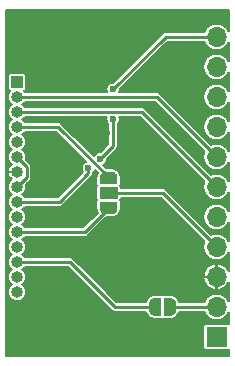
<source format=gbr>
G04 #@! TF.GenerationSoftware,KiCad,Pcbnew,(5.1.5)-3*
G04 #@! TF.CreationDate,2020-01-25T22:14:14+03:00*
G04 #@! TF.ProjectId,Sharp_11pin_to_15pin_Adapter,53686172-705f-4313-9170-696e5f746f5f,rev?*
G04 #@! TF.SameCoordinates,Original*
G04 #@! TF.FileFunction,Copper,L1,Top*
G04 #@! TF.FilePolarity,Positive*
%FSLAX46Y46*%
G04 Gerber Fmt 4.6, Leading zero omitted, Abs format (unit mm)*
G04 Created by KiCad (PCBNEW (5.1.5)-3) date 2020-01-25 22:14:14*
%MOMM*%
%LPD*%
G04 APERTURE LIST*
%ADD10O,1.700000X1.700000*%
%ADD11R,1.700000X1.700000*%
%ADD12C,0.100000*%
%ADD13R,1.500000X1.000000*%
%ADD14R,1.000000X1.000000*%
%ADD15O,1.000000X1.000000*%
%ADD16C,0.800000*%
%ADD17C,0.600000*%
%ADD18C,0.250000*%
%ADD19C,0.150000*%
G04 APERTURE END LIST*
D10*
X144780000Y-101600000D03*
X144780000Y-104140000D03*
X144780000Y-106680000D03*
X144780000Y-109220000D03*
X144780000Y-111760000D03*
X144780000Y-114300000D03*
X144780000Y-116840000D03*
X144780000Y-119380000D03*
X144780000Y-121920000D03*
X144780000Y-124460000D03*
D11*
X144780000Y-127000000D03*
G04 #@! TA.AperFunction,SMDPad,CuDef*
D12*
G36*
X140858000Y-123710602D02*
G01*
X140882534Y-123710602D01*
X140931365Y-123715412D01*
X140979490Y-123724984D01*
X141026445Y-123739228D01*
X141071778Y-123758005D01*
X141115051Y-123781136D01*
X141155850Y-123808396D01*
X141193779Y-123839524D01*
X141228476Y-123874221D01*
X141259604Y-123912150D01*
X141286864Y-123952949D01*
X141309995Y-123996222D01*
X141328772Y-124041555D01*
X141343016Y-124088510D01*
X141352588Y-124136635D01*
X141357398Y-124185466D01*
X141357398Y-124210000D01*
X141358000Y-124210000D01*
X141358000Y-124710000D01*
X141357398Y-124710000D01*
X141357398Y-124734534D01*
X141352588Y-124783365D01*
X141343016Y-124831490D01*
X141328772Y-124878445D01*
X141309995Y-124923778D01*
X141286864Y-124967051D01*
X141259604Y-125007850D01*
X141228476Y-125045779D01*
X141193779Y-125080476D01*
X141155850Y-125111604D01*
X141115051Y-125138864D01*
X141071778Y-125161995D01*
X141026445Y-125180772D01*
X140979490Y-125195016D01*
X140931365Y-125204588D01*
X140882534Y-125209398D01*
X140858000Y-125209398D01*
X140858000Y-125210000D01*
X140358000Y-125210000D01*
X140358000Y-123710000D01*
X140858000Y-123710000D01*
X140858000Y-123710602D01*
G37*
G04 #@! TD.AperFunction*
G04 #@! TA.AperFunction,SMDPad,CuDef*
G36*
X140058000Y-125210000D02*
G01*
X139558000Y-125210000D01*
X139558000Y-125209398D01*
X139533466Y-125209398D01*
X139484635Y-125204588D01*
X139436510Y-125195016D01*
X139389555Y-125180772D01*
X139344222Y-125161995D01*
X139300949Y-125138864D01*
X139260150Y-125111604D01*
X139222221Y-125080476D01*
X139187524Y-125045779D01*
X139156396Y-125007850D01*
X139129136Y-124967051D01*
X139106005Y-124923778D01*
X139087228Y-124878445D01*
X139072984Y-124831490D01*
X139063412Y-124783365D01*
X139058602Y-124734534D01*
X139058602Y-124710000D01*
X139058000Y-124710000D01*
X139058000Y-124210000D01*
X139058602Y-124210000D01*
X139058602Y-124185466D01*
X139063412Y-124136635D01*
X139072984Y-124088510D01*
X139087228Y-124041555D01*
X139106005Y-123996222D01*
X139129136Y-123952949D01*
X139156396Y-123912150D01*
X139187524Y-123874221D01*
X139222221Y-123839524D01*
X139260150Y-123808396D01*
X139300949Y-123781136D01*
X139344222Y-123758005D01*
X139389555Y-123739228D01*
X139436510Y-123724984D01*
X139484635Y-123715412D01*
X139533466Y-123710602D01*
X139558000Y-123710602D01*
X139558000Y-123710000D01*
X140058000Y-123710000D01*
X140058000Y-125210000D01*
G37*
G04 #@! TD.AperFunction*
D13*
X135636000Y-114808000D03*
G04 #@! TA.AperFunction,SMDPad,CuDef*
D12*
G36*
X136385398Y-116108000D02*
G01*
X136385398Y-116132534D01*
X136380588Y-116181365D01*
X136371016Y-116229490D01*
X136356772Y-116276445D01*
X136337995Y-116321778D01*
X136314864Y-116365051D01*
X136287604Y-116405850D01*
X136256476Y-116443779D01*
X136221779Y-116478476D01*
X136183850Y-116509604D01*
X136143051Y-116536864D01*
X136099778Y-116559995D01*
X136054445Y-116578772D01*
X136007490Y-116593016D01*
X135959365Y-116602588D01*
X135910534Y-116607398D01*
X135886000Y-116607398D01*
X135886000Y-116608000D01*
X135386000Y-116608000D01*
X135386000Y-116607398D01*
X135361466Y-116607398D01*
X135312635Y-116602588D01*
X135264510Y-116593016D01*
X135217555Y-116578772D01*
X135172222Y-116559995D01*
X135128949Y-116536864D01*
X135088150Y-116509604D01*
X135050221Y-116478476D01*
X135015524Y-116443779D01*
X134984396Y-116405850D01*
X134957136Y-116365051D01*
X134934005Y-116321778D01*
X134915228Y-116276445D01*
X134900984Y-116229490D01*
X134891412Y-116181365D01*
X134886602Y-116132534D01*
X134886602Y-116108000D01*
X134886000Y-116108000D01*
X134886000Y-115558000D01*
X136386000Y-115558000D01*
X136386000Y-116108000D01*
X136385398Y-116108000D01*
G37*
G04 #@! TD.AperFunction*
G04 #@! TA.AperFunction,SMDPad,CuDef*
G36*
X134886000Y-114058000D02*
G01*
X134886000Y-113508000D01*
X134886602Y-113508000D01*
X134886602Y-113483466D01*
X134891412Y-113434635D01*
X134900984Y-113386510D01*
X134915228Y-113339555D01*
X134934005Y-113294222D01*
X134957136Y-113250949D01*
X134984396Y-113210150D01*
X135015524Y-113172221D01*
X135050221Y-113137524D01*
X135088150Y-113106396D01*
X135128949Y-113079136D01*
X135172222Y-113056005D01*
X135217555Y-113037228D01*
X135264510Y-113022984D01*
X135312635Y-113013412D01*
X135361466Y-113008602D01*
X135386000Y-113008602D01*
X135386000Y-113008000D01*
X135886000Y-113008000D01*
X135886000Y-113008602D01*
X135910534Y-113008602D01*
X135959365Y-113013412D01*
X136007490Y-113022984D01*
X136054445Y-113037228D01*
X136099778Y-113056005D01*
X136143051Y-113079136D01*
X136183850Y-113106396D01*
X136221779Y-113137524D01*
X136256476Y-113172221D01*
X136287604Y-113210150D01*
X136314864Y-113250949D01*
X136337995Y-113294222D01*
X136356772Y-113339555D01*
X136371016Y-113386510D01*
X136380588Y-113434635D01*
X136385398Y-113483466D01*
X136385398Y-113508000D01*
X136386000Y-113508000D01*
X136386000Y-114058000D01*
X134886000Y-114058000D01*
G37*
G04 #@! TD.AperFunction*
D14*
X127880000Y-105410000D03*
D15*
X127880000Y-106680000D03*
X127880000Y-107950000D03*
X127880000Y-109220000D03*
X127880000Y-110490000D03*
X127880000Y-111760000D03*
X127880000Y-113030000D03*
X127880000Y-114300000D03*
X127880000Y-115570000D03*
X127880000Y-116840000D03*
X127880000Y-118110000D03*
X127880000Y-119380000D03*
X127880000Y-120650000D03*
X127880000Y-121920000D03*
X127880000Y-123190000D03*
D16*
X127889000Y-100076000D03*
X140208000Y-100076000D03*
X127889000Y-124587000D03*
X127889000Y-127889000D03*
X130810000Y-127889000D03*
X133985000Y-127889000D03*
X137160000Y-127889000D03*
X140462000Y-127889000D03*
X131318000Y-100076000D03*
X134747000Y-100076000D03*
X138049000Y-100076000D03*
D17*
X130683000Y-113030000D03*
X143256000Y-102743000D03*
X129032000Y-107315000D03*
X135509000Y-109728000D03*
X135763000Y-112268000D03*
X133985000Y-114300000D03*
X129286000Y-116840000D03*
X136017000Y-106045000D03*
X136017000Y-108575000D03*
X134949942Y-111938058D03*
X133939058Y-112694942D03*
D18*
X140858000Y-124460000D02*
X144780000Y-124460000D01*
X139700000Y-106680000D02*
X144780000Y-111760000D01*
X127880000Y-106680000D02*
X139700000Y-106680000D01*
X138430000Y-107950000D02*
X144780000Y-114300000D01*
X127880000Y-107950000D02*
X138430000Y-107950000D01*
X131348000Y-109220000D02*
X135636000Y-113508000D01*
X127880000Y-109220000D02*
X131348000Y-109220000D01*
X128705001Y-113474999D02*
X128379999Y-113800001D01*
X128705001Y-112633999D02*
X128705001Y-113474999D01*
X128379999Y-113800001D02*
X127880000Y-114300000D01*
X127880000Y-111808998D02*
X128705001Y-112633999D01*
X127880000Y-111760000D02*
X127880000Y-111808998D01*
X144780000Y-101600000D02*
X140462000Y-101600000D01*
X140462000Y-101600000D02*
X136017000Y-106045000D01*
X136017000Y-108575000D02*
X136017000Y-110871000D01*
X136017000Y-110871000D02*
X134949942Y-111938058D01*
X131488264Y-115570000D02*
X128587106Y-115570000D01*
X133939058Y-113119206D02*
X131488264Y-115570000D01*
X128587106Y-115570000D02*
X127880000Y-115570000D01*
X133939058Y-112694942D02*
X133939058Y-113119206D01*
X127880000Y-120650000D02*
X132334000Y-120650000D01*
X136144000Y-124460000D02*
X139558000Y-124460000D01*
X132334000Y-120650000D02*
X136144000Y-124460000D01*
X133634000Y-118110000D02*
X135636000Y-116108000D01*
X127880000Y-118110000D02*
X133634000Y-118110000D01*
X140208000Y-114808000D02*
X144780000Y-119380000D01*
X135636000Y-114808000D02*
X140208000Y-114808000D01*
D19*
G36*
X145800000Y-101122732D02*
G01*
X145776962Y-101067113D01*
X145653844Y-100882855D01*
X145497145Y-100726156D01*
X145312887Y-100603038D01*
X145108150Y-100518233D01*
X144890803Y-100475000D01*
X144669197Y-100475000D01*
X144451850Y-100518233D01*
X144247113Y-100603038D01*
X144062855Y-100726156D01*
X143906156Y-100882855D01*
X143783038Y-101067113D01*
X143727994Y-101200000D01*
X140481635Y-101200000D01*
X140461999Y-101198066D01*
X140442363Y-101200000D01*
X140442353Y-101200000D01*
X140383586Y-101205788D01*
X140308186Y-101228660D01*
X140238697Y-101265803D01*
X140238695Y-101265804D01*
X140238696Y-101265804D01*
X140193049Y-101303265D01*
X140193047Y-101303267D01*
X140177789Y-101315789D01*
X140165267Y-101331047D01*
X136026315Y-105470000D01*
X135960367Y-105470000D01*
X135849279Y-105492097D01*
X135744635Y-105535442D01*
X135650459Y-105598368D01*
X135570368Y-105678459D01*
X135507442Y-105772635D01*
X135464097Y-105877279D01*
X135442000Y-105988367D01*
X135442000Y-106101633D01*
X135464097Y-106212721D01*
X135491965Y-106280000D01*
X128544813Y-106280000D01*
X128481982Y-106185966D01*
X128466999Y-106170983D01*
X128485747Y-106165296D01*
X128533521Y-106139760D01*
X128575395Y-106105395D01*
X128609760Y-106063521D01*
X128635296Y-106015747D01*
X128651020Y-105963909D01*
X128656330Y-105910000D01*
X128656330Y-104910000D01*
X128651020Y-104856091D01*
X128635296Y-104804253D01*
X128609760Y-104756479D01*
X128575395Y-104714605D01*
X128533521Y-104680240D01*
X128485747Y-104654704D01*
X128433909Y-104638980D01*
X128380000Y-104633670D01*
X127380000Y-104633670D01*
X127326091Y-104638980D01*
X127274253Y-104654704D01*
X127226479Y-104680240D01*
X127184605Y-104714605D01*
X127150240Y-104756479D01*
X127124704Y-104804253D01*
X127108980Y-104856091D01*
X127103670Y-104910000D01*
X127103670Y-105910000D01*
X127108980Y-105963909D01*
X127124704Y-106015747D01*
X127150240Y-106063521D01*
X127184605Y-106105395D01*
X127226479Y-106139760D01*
X127274253Y-106165296D01*
X127293001Y-106170983D01*
X127278018Y-106185966D01*
X127193204Y-106312900D01*
X127134783Y-106453941D01*
X127105000Y-106603669D01*
X127105000Y-106756331D01*
X127134783Y-106906059D01*
X127193204Y-107047100D01*
X127278018Y-107174034D01*
X127385966Y-107281982D01*
X127435381Y-107315000D01*
X127385966Y-107348018D01*
X127278018Y-107455966D01*
X127193204Y-107582900D01*
X127134783Y-107723941D01*
X127105000Y-107873669D01*
X127105000Y-108026331D01*
X127134783Y-108176059D01*
X127193204Y-108317100D01*
X127278018Y-108444034D01*
X127385966Y-108551982D01*
X127435381Y-108585000D01*
X127385966Y-108618018D01*
X127278018Y-108725966D01*
X127193204Y-108852900D01*
X127134783Y-108993941D01*
X127105000Y-109143669D01*
X127105000Y-109296331D01*
X127134783Y-109446059D01*
X127193204Y-109587100D01*
X127278018Y-109714034D01*
X127385966Y-109821982D01*
X127435381Y-109855000D01*
X127385966Y-109888018D01*
X127278018Y-109995966D01*
X127193204Y-110122900D01*
X127134783Y-110263941D01*
X127105000Y-110413669D01*
X127105000Y-110566331D01*
X127134783Y-110716059D01*
X127193204Y-110857100D01*
X127278018Y-110984034D01*
X127385966Y-111091982D01*
X127435381Y-111125000D01*
X127385966Y-111158018D01*
X127278018Y-111265966D01*
X127193204Y-111392900D01*
X127134783Y-111533941D01*
X127105000Y-111683669D01*
X127105000Y-111836331D01*
X127134783Y-111986059D01*
X127193204Y-112127100D01*
X127278018Y-112254034D01*
X127385966Y-112361982D01*
X127437166Y-112396193D01*
X127335844Y-112478164D01*
X127238642Y-112594927D01*
X127166087Y-112728410D01*
X127120967Y-112873482D01*
X127118850Y-112884134D01*
X127174193Y-113005000D01*
X127855000Y-113005000D01*
X127855000Y-112985000D01*
X127905000Y-112985000D01*
X127905000Y-113005000D01*
X127925000Y-113005000D01*
X127925000Y-113055000D01*
X127905000Y-113055000D01*
X127905000Y-113075000D01*
X127855000Y-113075000D01*
X127855000Y-113055000D01*
X127174193Y-113055000D01*
X127118850Y-113175866D01*
X127120967Y-113186518D01*
X127166087Y-113331590D01*
X127238642Y-113465073D01*
X127335844Y-113581836D01*
X127437166Y-113663807D01*
X127385966Y-113698018D01*
X127278018Y-113805966D01*
X127193204Y-113932900D01*
X127134783Y-114073941D01*
X127105000Y-114223669D01*
X127105000Y-114376331D01*
X127134783Y-114526059D01*
X127193204Y-114667100D01*
X127278018Y-114794034D01*
X127385966Y-114901982D01*
X127435381Y-114935000D01*
X127385966Y-114968018D01*
X127278018Y-115075966D01*
X127193204Y-115202900D01*
X127134783Y-115343941D01*
X127105000Y-115493669D01*
X127105000Y-115646331D01*
X127134783Y-115796059D01*
X127193204Y-115937100D01*
X127278018Y-116064034D01*
X127385966Y-116171982D01*
X127435381Y-116205000D01*
X127385966Y-116238018D01*
X127278018Y-116345966D01*
X127193204Y-116472900D01*
X127134783Y-116613941D01*
X127105000Y-116763669D01*
X127105000Y-116916331D01*
X127134783Y-117066059D01*
X127193204Y-117207100D01*
X127278018Y-117334034D01*
X127385966Y-117441982D01*
X127435381Y-117475000D01*
X127385966Y-117508018D01*
X127278018Y-117615966D01*
X127193204Y-117742900D01*
X127134783Y-117883941D01*
X127105000Y-118033669D01*
X127105000Y-118186331D01*
X127134783Y-118336059D01*
X127193204Y-118477100D01*
X127278018Y-118604034D01*
X127385966Y-118711982D01*
X127435381Y-118745000D01*
X127385966Y-118778018D01*
X127278018Y-118885966D01*
X127193204Y-119012900D01*
X127134783Y-119153941D01*
X127105000Y-119303669D01*
X127105000Y-119456331D01*
X127134783Y-119606059D01*
X127193204Y-119747100D01*
X127278018Y-119874034D01*
X127385966Y-119981982D01*
X127435381Y-120015000D01*
X127385966Y-120048018D01*
X127278018Y-120155966D01*
X127193204Y-120282900D01*
X127134783Y-120423941D01*
X127105000Y-120573669D01*
X127105000Y-120726331D01*
X127134783Y-120876059D01*
X127193204Y-121017100D01*
X127278018Y-121144034D01*
X127385966Y-121251982D01*
X127435381Y-121285000D01*
X127385966Y-121318018D01*
X127278018Y-121425966D01*
X127193204Y-121552900D01*
X127134783Y-121693941D01*
X127105000Y-121843669D01*
X127105000Y-121996331D01*
X127134783Y-122146059D01*
X127193204Y-122287100D01*
X127278018Y-122414034D01*
X127385966Y-122521982D01*
X127435381Y-122555000D01*
X127385966Y-122588018D01*
X127278018Y-122695966D01*
X127193204Y-122822900D01*
X127134783Y-122963941D01*
X127105000Y-123113669D01*
X127105000Y-123266331D01*
X127134783Y-123416059D01*
X127193204Y-123557100D01*
X127278018Y-123684034D01*
X127385966Y-123791982D01*
X127512900Y-123876796D01*
X127653941Y-123935217D01*
X127803669Y-123965000D01*
X127956331Y-123965000D01*
X128106059Y-123935217D01*
X128247100Y-123876796D01*
X128374034Y-123791982D01*
X128481982Y-123684034D01*
X128566796Y-123557100D01*
X128625217Y-123416059D01*
X128655000Y-123266331D01*
X128655000Y-123113669D01*
X128625217Y-122963941D01*
X128566796Y-122822900D01*
X128481982Y-122695966D01*
X128374034Y-122588018D01*
X128324619Y-122555000D01*
X128374034Y-122521982D01*
X128481982Y-122414034D01*
X128566796Y-122287100D01*
X128625217Y-122146059D01*
X128655000Y-121996331D01*
X128655000Y-121843669D01*
X128625217Y-121693941D01*
X128566796Y-121552900D01*
X128481982Y-121425966D01*
X128374034Y-121318018D01*
X128324619Y-121285000D01*
X128374034Y-121251982D01*
X128481982Y-121144034D01*
X128544813Y-121050000D01*
X132168315Y-121050000D01*
X135847263Y-124728948D01*
X135859789Y-124744211D01*
X135913329Y-124788150D01*
X135920697Y-124794197D01*
X135990186Y-124831340D01*
X136065586Y-124854212D01*
X136144000Y-124861935D01*
X136163647Y-124860000D01*
X138798752Y-124860000D01*
X138808509Y-124909051D01*
X138824233Y-124960888D01*
X138861742Y-125051444D01*
X138887278Y-125099219D01*
X138941734Y-125180718D01*
X138976099Y-125222593D01*
X139045407Y-125291901D01*
X139087282Y-125326266D01*
X139168781Y-125380722D01*
X139216556Y-125406258D01*
X139307112Y-125443767D01*
X139358949Y-125459491D01*
X139455082Y-125478613D01*
X139508991Y-125483923D01*
X139533553Y-125483923D01*
X139558000Y-125486331D01*
X140058000Y-125486331D01*
X140111910Y-125481021D01*
X140163747Y-125465297D01*
X140208000Y-125441643D01*
X140252253Y-125465297D01*
X140304090Y-125481021D01*
X140358000Y-125486331D01*
X140858000Y-125486331D01*
X140882447Y-125483923D01*
X140907009Y-125483923D01*
X140960918Y-125478613D01*
X141057051Y-125459491D01*
X141108888Y-125443767D01*
X141199444Y-125406258D01*
X141247219Y-125380722D01*
X141328718Y-125326266D01*
X141370593Y-125291901D01*
X141439901Y-125222593D01*
X141474266Y-125180718D01*
X141528722Y-125099219D01*
X141554258Y-125051444D01*
X141591767Y-124960888D01*
X141607491Y-124909051D01*
X141617248Y-124860000D01*
X143727994Y-124860000D01*
X143783038Y-124992887D01*
X143906156Y-125177145D01*
X144062855Y-125333844D01*
X144247113Y-125456962D01*
X144451850Y-125541767D01*
X144669197Y-125585000D01*
X144890803Y-125585000D01*
X145108150Y-125541767D01*
X145312887Y-125456962D01*
X145497145Y-125333844D01*
X145653844Y-125177145D01*
X145776962Y-124992887D01*
X145800001Y-124937266D01*
X145800001Y-125933765D01*
X145783521Y-125920240D01*
X145735747Y-125894704D01*
X145683909Y-125878980D01*
X145630000Y-125873670D01*
X143930000Y-125873670D01*
X143876091Y-125878980D01*
X143824253Y-125894704D01*
X143776479Y-125920240D01*
X143734605Y-125954605D01*
X143700240Y-125996479D01*
X143674704Y-126044253D01*
X143658980Y-126096091D01*
X143653670Y-126150000D01*
X143653670Y-127850000D01*
X143658980Y-127903909D01*
X143674704Y-127955747D01*
X143700240Y-128003521D01*
X143734605Y-128045395D01*
X143776479Y-128079760D01*
X143824253Y-128105296D01*
X143876091Y-128121020D01*
X143930000Y-128126330D01*
X145630000Y-128126330D01*
X145683909Y-128121020D01*
X145735747Y-128105296D01*
X145783521Y-128079760D01*
X145800001Y-128066235D01*
X145800001Y-128655000D01*
X126996000Y-128655000D01*
X126996000Y-99310000D01*
X145800000Y-99310000D01*
X145800000Y-101122732D01*
G37*
X145800000Y-101122732D02*
X145776962Y-101067113D01*
X145653844Y-100882855D01*
X145497145Y-100726156D01*
X145312887Y-100603038D01*
X145108150Y-100518233D01*
X144890803Y-100475000D01*
X144669197Y-100475000D01*
X144451850Y-100518233D01*
X144247113Y-100603038D01*
X144062855Y-100726156D01*
X143906156Y-100882855D01*
X143783038Y-101067113D01*
X143727994Y-101200000D01*
X140481635Y-101200000D01*
X140461999Y-101198066D01*
X140442363Y-101200000D01*
X140442353Y-101200000D01*
X140383586Y-101205788D01*
X140308186Y-101228660D01*
X140238697Y-101265803D01*
X140238695Y-101265804D01*
X140238696Y-101265804D01*
X140193049Y-101303265D01*
X140193047Y-101303267D01*
X140177789Y-101315789D01*
X140165267Y-101331047D01*
X136026315Y-105470000D01*
X135960367Y-105470000D01*
X135849279Y-105492097D01*
X135744635Y-105535442D01*
X135650459Y-105598368D01*
X135570368Y-105678459D01*
X135507442Y-105772635D01*
X135464097Y-105877279D01*
X135442000Y-105988367D01*
X135442000Y-106101633D01*
X135464097Y-106212721D01*
X135491965Y-106280000D01*
X128544813Y-106280000D01*
X128481982Y-106185966D01*
X128466999Y-106170983D01*
X128485747Y-106165296D01*
X128533521Y-106139760D01*
X128575395Y-106105395D01*
X128609760Y-106063521D01*
X128635296Y-106015747D01*
X128651020Y-105963909D01*
X128656330Y-105910000D01*
X128656330Y-104910000D01*
X128651020Y-104856091D01*
X128635296Y-104804253D01*
X128609760Y-104756479D01*
X128575395Y-104714605D01*
X128533521Y-104680240D01*
X128485747Y-104654704D01*
X128433909Y-104638980D01*
X128380000Y-104633670D01*
X127380000Y-104633670D01*
X127326091Y-104638980D01*
X127274253Y-104654704D01*
X127226479Y-104680240D01*
X127184605Y-104714605D01*
X127150240Y-104756479D01*
X127124704Y-104804253D01*
X127108980Y-104856091D01*
X127103670Y-104910000D01*
X127103670Y-105910000D01*
X127108980Y-105963909D01*
X127124704Y-106015747D01*
X127150240Y-106063521D01*
X127184605Y-106105395D01*
X127226479Y-106139760D01*
X127274253Y-106165296D01*
X127293001Y-106170983D01*
X127278018Y-106185966D01*
X127193204Y-106312900D01*
X127134783Y-106453941D01*
X127105000Y-106603669D01*
X127105000Y-106756331D01*
X127134783Y-106906059D01*
X127193204Y-107047100D01*
X127278018Y-107174034D01*
X127385966Y-107281982D01*
X127435381Y-107315000D01*
X127385966Y-107348018D01*
X127278018Y-107455966D01*
X127193204Y-107582900D01*
X127134783Y-107723941D01*
X127105000Y-107873669D01*
X127105000Y-108026331D01*
X127134783Y-108176059D01*
X127193204Y-108317100D01*
X127278018Y-108444034D01*
X127385966Y-108551982D01*
X127435381Y-108585000D01*
X127385966Y-108618018D01*
X127278018Y-108725966D01*
X127193204Y-108852900D01*
X127134783Y-108993941D01*
X127105000Y-109143669D01*
X127105000Y-109296331D01*
X127134783Y-109446059D01*
X127193204Y-109587100D01*
X127278018Y-109714034D01*
X127385966Y-109821982D01*
X127435381Y-109855000D01*
X127385966Y-109888018D01*
X127278018Y-109995966D01*
X127193204Y-110122900D01*
X127134783Y-110263941D01*
X127105000Y-110413669D01*
X127105000Y-110566331D01*
X127134783Y-110716059D01*
X127193204Y-110857100D01*
X127278018Y-110984034D01*
X127385966Y-111091982D01*
X127435381Y-111125000D01*
X127385966Y-111158018D01*
X127278018Y-111265966D01*
X127193204Y-111392900D01*
X127134783Y-111533941D01*
X127105000Y-111683669D01*
X127105000Y-111836331D01*
X127134783Y-111986059D01*
X127193204Y-112127100D01*
X127278018Y-112254034D01*
X127385966Y-112361982D01*
X127437166Y-112396193D01*
X127335844Y-112478164D01*
X127238642Y-112594927D01*
X127166087Y-112728410D01*
X127120967Y-112873482D01*
X127118850Y-112884134D01*
X127174193Y-113005000D01*
X127855000Y-113005000D01*
X127855000Y-112985000D01*
X127905000Y-112985000D01*
X127905000Y-113005000D01*
X127925000Y-113005000D01*
X127925000Y-113055000D01*
X127905000Y-113055000D01*
X127905000Y-113075000D01*
X127855000Y-113075000D01*
X127855000Y-113055000D01*
X127174193Y-113055000D01*
X127118850Y-113175866D01*
X127120967Y-113186518D01*
X127166087Y-113331590D01*
X127238642Y-113465073D01*
X127335844Y-113581836D01*
X127437166Y-113663807D01*
X127385966Y-113698018D01*
X127278018Y-113805966D01*
X127193204Y-113932900D01*
X127134783Y-114073941D01*
X127105000Y-114223669D01*
X127105000Y-114376331D01*
X127134783Y-114526059D01*
X127193204Y-114667100D01*
X127278018Y-114794034D01*
X127385966Y-114901982D01*
X127435381Y-114935000D01*
X127385966Y-114968018D01*
X127278018Y-115075966D01*
X127193204Y-115202900D01*
X127134783Y-115343941D01*
X127105000Y-115493669D01*
X127105000Y-115646331D01*
X127134783Y-115796059D01*
X127193204Y-115937100D01*
X127278018Y-116064034D01*
X127385966Y-116171982D01*
X127435381Y-116205000D01*
X127385966Y-116238018D01*
X127278018Y-116345966D01*
X127193204Y-116472900D01*
X127134783Y-116613941D01*
X127105000Y-116763669D01*
X127105000Y-116916331D01*
X127134783Y-117066059D01*
X127193204Y-117207100D01*
X127278018Y-117334034D01*
X127385966Y-117441982D01*
X127435381Y-117475000D01*
X127385966Y-117508018D01*
X127278018Y-117615966D01*
X127193204Y-117742900D01*
X127134783Y-117883941D01*
X127105000Y-118033669D01*
X127105000Y-118186331D01*
X127134783Y-118336059D01*
X127193204Y-118477100D01*
X127278018Y-118604034D01*
X127385966Y-118711982D01*
X127435381Y-118745000D01*
X127385966Y-118778018D01*
X127278018Y-118885966D01*
X127193204Y-119012900D01*
X127134783Y-119153941D01*
X127105000Y-119303669D01*
X127105000Y-119456331D01*
X127134783Y-119606059D01*
X127193204Y-119747100D01*
X127278018Y-119874034D01*
X127385966Y-119981982D01*
X127435381Y-120015000D01*
X127385966Y-120048018D01*
X127278018Y-120155966D01*
X127193204Y-120282900D01*
X127134783Y-120423941D01*
X127105000Y-120573669D01*
X127105000Y-120726331D01*
X127134783Y-120876059D01*
X127193204Y-121017100D01*
X127278018Y-121144034D01*
X127385966Y-121251982D01*
X127435381Y-121285000D01*
X127385966Y-121318018D01*
X127278018Y-121425966D01*
X127193204Y-121552900D01*
X127134783Y-121693941D01*
X127105000Y-121843669D01*
X127105000Y-121996331D01*
X127134783Y-122146059D01*
X127193204Y-122287100D01*
X127278018Y-122414034D01*
X127385966Y-122521982D01*
X127435381Y-122555000D01*
X127385966Y-122588018D01*
X127278018Y-122695966D01*
X127193204Y-122822900D01*
X127134783Y-122963941D01*
X127105000Y-123113669D01*
X127105000Y-123266331D01*
X127134783Y-123416059D01*
X127193204Y-123557100D01*
X127278018Y-123684034D01*
X127385966Y-123791982D01*
X127512900Y-123876796D01*
X127653941Y-123935217D01*
X127803669Y-123965000D01*
X127956331Y-123965000D01*
X128106059Y-123935217D01*
X128247100Y-123876796D01*
X128374034Y-123791982D01*
X128481982Y-123684034D01*
X128566796Y-123557100D01*
X128625217Y-123416059D01*
X128655000Y-123266331D01*
X128655000Y-123113669D01*
X128625217Y-122963941D01*
X128566796Y-122822900D01*
X128481982Y-122695966D01*
X128374034Y-122588018D01*
X128324619Y-122555000D01*
X128374034Y-122521982D01*
X128481982Y-122414034D01*
X128566796Y-122287100D01*
X128625217Y-122146059D01*
X128655000Y-121996331D01*
X128655000Y-121843669D01*
X128625217Y-121693941D01*
X128566796Y-121552900D01*
X128481982Y-121425966D01*
X128374034Y-121318018D01*
X128324619Y-121285000D01*
X128374034Y-121251982D01*
X128481982Y-121144034D01*
X128544813Y-121050000D01*
X132168315Y-121050000D01*
X135847263Y-124728948D01*
X135859789Y-124744211D01*
X135913329Y-124788150D01*
X135920697Y-124794197D01*
X135990186Y-124831340D01*
X136065586Y-124854212D01*
X136144000Y-124861935D01*
X136163647Y-124860000D01*
X138798752Y-124860000D01*
X138808509Y-124909051D01*
X138824233Y-124960888D01*
X138861742Y-125051444D01*
X138887278Y-125099219D01*
X138941734Y-125180718D01*
X138976099Y-125222593D01*
X139045407Y-125291901D01*
X139087282Y-125326266D01*
X139168781Y-125380722D01*
X139216556Y-125406258D01*
X139307112Y-125443767D01*
X139358949Y-125459491D01*
X139455082Y-125478613D01*
X139508991Y-125483923D01*
X139533553Y-125483923D01*
X139558000Y-125486331D01*
X140058000Y-125486331D01*
X140111910Y-125481021D01*
X140163747Y-125465297D01*
X140208000Y-125441643D01*
X140252253Y-125465297D01*
X140304090Y-125481021D01*
X140358000Y-125486331D01*
X140858000Y-125486331D01*
X140882447Y-125483923D01*
X140907009Y-125483923D01*
X140960918Y-125478613D01*
X141057051Y-125459491D01*
X141108888Y-125443767D01*
X141199444Y-125406258D01*
X141247219Y-125380722D01*
X141328718Y-125326266D01*
X141370593Y-125291901D01*
X141439901Y-125222593D01*
X141474266Y-125180718D01*
X141528722Y-125099219D01*
X141554258Y-125051444D01*
X141591767Y-124960888D01*
X141607491Y-124909051D01*
X141617248Y-124860000D01*
X143727994Y-124860000D01*
X143783038Y-124992887D01*
X143906156Y-125177145D01*
X144062855Y-125333844D01*
X144247113Y-125456962D01*
X144451850Y-125541767D01*
X144669197Y-125585000D01*
X144890803Y-125585000D01*
X145108150Y-125541767D01*
X145312887Y-125456962D01*
X145497145Y-125333844D01*
X145653844Y-125177145D01*
X145776962Y-124992887D01*
X145800001Y-124937266D01*
X145800001Y-125933765D01*
X145783521Y-125920240D01*
X145735747Y-125894704D01*
X145683909Y-125878980D01*
X145630000Y-125873670D01*
X143930000Y-125873670D01*
X143876091Y-125878980D01*
X143824253Y-125894704D01*
X143776479Y-125920240D01*
X143734605Y-125954605D01*
X143700240Y-125996479D01*
X143674704Y-126044253D01*
X143658980Y-126096091D01*
X143653670Y-126150000D01*
X143653670Y-127850000D01*
X143658980Y-127903909D01*
X143674704Y-127955747D01*
X143700240Y-128003521D01*
X143734605Y-128045395D01*
X143776479Y-128079760D01*
X143824253Y-128105296D01*
X143876091Y-128121020D01*
X143930000Y-128126330D01*
X145630000Y-128126330D01*
X145683909Y-128121020D01*
X145735747Y-128105296D01*
X145783521Y-128079760D01*
X145800001Y-128066235D01*
X145800001Y-128655000D01*
X126996000Y-128655000D01*
X126996000Y-99310000D01*
X145800000Y-99310000D01*
X145800000Y-101122732D01*
G36*
X143753277Y-118918962D02*
G01*
X143698233Y-119051850D01*
X143655000Y-119269197D01*
X143655000Y-119490803D01*
X143698233Y-119708150D01*
X143783038Y-119912887D01*
X143906156Y-120097145D01*
X144062855Y-120253844D01*
X144247113Y-120376962D01*
X144451850Y-120461767D01*
X144669197Y-120505000D01*
X144890803Y-120505000D01*
X145108150Y-120461767D01*
X145312887Y-120376962D01*
X145497145Y-120253844D01*
X145653844Y-120097145D01*
X145776962Y-119912887D01*
X145800001Y-119857267D01*
X145800001Y-121450494D01*
X145704615Y-121279130D01*
X145561821Y-121111061D01*
X145388982Y-120974079D01*
X145192741Y-120873448D01*
X144980638Y-120813035D01*
X144805000Y-120864027D01*
X144805000Y-121895000D01*
X144825000Y-121895000D01*
X144825000Y-121945000D01*
X144805000Y-121945000D01*
X144805000Y-122975973D01*
X144980638Y-123026965D01*
X145192741Y-122966552D01*
X145388982Y-122865921D01*
X145561821Y-122728939D01*
X145704615Y-122560870D01*
X145800001Y-122389506D01*
X145800001Y-123982734D01*
X145776962Y-123927113D01*
X145653844Y-123742855D01*
X145497145Y-123586156D01*
X145312887Y-123463038D01*
X145108150Y-123378233D01*
X144890803Y-123335000D01*
X144669197Y-123335000D01*
X144451850Y-123378233D01*
X144247113Y-123463038D01*
X144062855Y-123586156D01*
X143906156Y-123742855D01*
X143783038Y-123927113D01*
X143727994Y-124060000D01*
X141617248Y-124060000D01*
X141607491Y-124010949D01*
X141591767Y-123959112D01*
X141554258Y-123868556D01*
X141528722Y-123820781D01*
X141474266Y-123739282D01*
X141439901Y-123697407D01*
X141370593Y-123628099D01*
X141328718Y-123593734D01*
X141247219Y-123539278D01*
X141199444Y-123513742D01*
X141108888Y-123476233D01*
X141057051Y-123460509D01*
X140960918Y-123441387D01*
X140907009Y-123436077D01*
X140882447Y-123436077D01*
X140858000Y-123433669D01*
X140358000Y-123433669D01*
X140304090Y-123438979D01*
X140252253Y-123454703D01*
X140208000Y-123478357D01*
X140163747Y-123454703D01*
X140111910Y-123438979D01*
X140058000Y-123433669D01*
X139558000Y-123433669D01*
X139533553Y-123436077D01*
X139508991Y-123436077D01*
X139455082Y-123441387D01*
X139358949Y-123460509D01*
X139307112Y-123476233D01*
X139216556Y-123513742D01*
X139168781Y-123539278D01*
X139087282Y-123593734D01*
X139045407Y-123628099D01*
X138976099Y-123697407D01*
X138941734Y-123739282D01*
X138887278Y-123820781D01*
X138861742Y-123868556D01*
X138824233Y-123959112D01*
X138808509Y-124010949D01*
X138798752Y-124060000D01*
X136309685Y-124060000D01*
X134370322Y-122120637D01*
X143673036Y-122120637D01*
X143680517Y-122158251D01*
X143748124Y-122368172D01*
X143855385Y-122560870D01*
X143998179Y-122728939D01*
X144171018Y-122865921D01*
X144367259Y-122966552D01*
X144579362Y-123026965D01*
X144755000Y-122975973D01*
X144755000Y-121945000D01*
X143724046Y-121945000D01*
X143673036Y-122120637D01*
X134370322Y-122120637D01*
X133969048Y-121719363D01*
X143673036Y-121719363D01*
X143724046Y-121895000D01*
X144755000Y-121895000D01*
X144755000Y-120864027D01*
X144579362Y-120813035D01*
X144367259Y-120873448D01*
X144171018Y-120974079D01*
X143998179Y-121111061D01*
X143855385Y-121279130D01*
X143748124Y-121471828D01*
X143680517Y-121681749D01*
X143673036Y-121719363D01*
X133969048Y-121719363D01*
X132630737Y-120381052D01*
X132618211Y-120365789D01*
X132557303Y-120315803D01*
X132487814Y-120278660D01*
X132412414Y-120255788D01*
X132353647Y-120250000D01*
X132353646Y-120250000D01*
X132334000Y-120248065D01*
X132314354Y-120250000D01*
X128544813Y-120250000D01*
X128481982Y-120155966D01*
X128374034Y-120048018D01*
X128324619Y-120015000D01*
X128374034Y-119981982D01*
X128481982Y-119874034D01*
X128566796Y-119747100D01*
X128625217Y-119606059D01*
X128655000Y-119456331D01*
X128655000Y-119303669D01*
X128625217Y-119153941D01*
X128566796Y-119012900D01*
X128481982Y-118885966D01*
X128374034Y-118778018D01*
X128324619Y-118745000D01*
X128374034Y-118711982D01*
X128481982Y-118604034D01*
X128544813Y-118510000D01*
X133614354Y-118510000D01*
X133634000Y-118511935D01*
X133653646Y-118510000D01*
X133653647Y-118510000D01*
X133712414Y-118504212D01*
X133787814Y-118481340D01*
X133857303Y-118444197D01*
X133918211Y-118394211D01*
X133930737Y-118378948D01*
X135425354Y-116884331D01*
X135886000Y-116884331D01*
X135910447Y-116881923D01*
X135935009Y-116881923D01*
X135988918Y-116876613D01*
X136085051Y-116857491D01*
X136136888Y-116841767D01*
X136227444Y-116804258D01*
X136275219Y-116778722D01*
X136356718Y-116724266D01*
X136398593Y-116689901D01*
X136467901Y-116620593D01*
X136502266Y-116578718D01*
X136556722Y-116497219D01*
X136582258Y-116449444D01*
X136619767Y-116358888D01*
X136635491Y-116307051D01*
X136654613Y-116210918D01*
X136659923Y-116157009D01*
X136659923Y-116132447D01*
X136662331Y-116108000D01*
X136662331Y-115558000D01*
X136657021Y-115504090D01*
X136641297Y-115452253D01*
X136631005Y-115432999D01*
X136641296Y-115413747D01*
X136657020Y-115361909D01*
X136662330Y-115308000D01*
X136662330Y-115208000D01*
X140042315Y-115208000D01*
X143753277Y-118918962D01*
G37*
X143753277Y-118918962D02*
X143698233Y-119051850D01*
X143655000Y-119269197D01*
X143655000Y-119490803D01*
X143698233Y-119708150D01*
X143783038Y-119912887D01*
X143906156Y-120097145D01*
X144062855Y-120253844D01*
X144247113Y-120376962D01*
X144451850Y-120461767D01*
X144669197Y-120505000D01*
X144890803Y-120505000D01*
X145108150Y-120461767D01*
X145312887Y-120376962D01*
X145497145Y-120253844D01*
X145653844Y-120097145D01*
X145776962Y-119912887D01*
X145800001Y-119857267D01*
X145800001Y-121450494D01*
X145704615Y-121279130D01*
X145561821Y-121111061D01*
X145388982Y-120974079D01*
X145192741Y-120873448D01*
X144980638Y-120813035D01*
X144805000Y-120864027D01*
X144805000Y-121895000D01*
X144825000Y-121895000D01*
X144825000Y-121945000D01*
X144805000Y-121945000D01*
X144805000Y-122975973D01*
X144980638Y-123026965D01*
X145192741Y-122966552D01*
X145388982Y-122865921D01*
X145561821Y-122728939D01*
X145704615Y-122560870D01*
X145800001Y-122389506D01*
X145800001Y-123982734D01*
X145776962Y-123927113D01*
X145653844Y-123742855D01*
X145497145Y-123586156D01*
X145312887Y-123463038D01*
X145108150Y-123378233D01*
X144890803Y-123335000D01*
X144669197Y-123335000D01*
X144451850Y-123378233D01*
X144247113Y-123463038D01*
X144062855Y-123586156D01*
X143906156Y-123742855D01*
X143783038Y-123927113D01*
X143727994Y-124060000D01*
X141617248Y-124060000D01*
X141607491Y-124010949D01*
X141591767Y-123959112D01*
X141554258Y-123868556D01*
X141528722Y-123820781D01*
X141474266Y-123739282D01*
X141439901Y-123697407D01*
X141370593Y-123628099D01*
X141328718Y-123593734D01*
X141247219Y-123539278D01*
X141199444Y-123513742D01*
X141108888Y-123476233D01*
X141057051Y-123460509D01*
X140960918Y-123441387D01*
X140907009Y-123436077D01*
X140882447Y-123436077D01*
X140858000Y-123433669D01*
X140358000Y-123433669D01*
X140304090Y-123438979D01*
X140252253Y-123454703D01*
X140208000Y-123478357D01*
X140163747Y-123454703D01*
X140111910Y-123438979D01*
X140058000Y-123433669D01*
X139558000Y-123433669D01*
X139533553Y-123436077D01*
X139508991Y-123436077D01*
X139455082Y-123441387D01*
X139358949Y-123460509D01*
X139307112Y-123476233D01*
X139216556Y-123513742D01*
X139168781Y-123539278D01*
X139087282Y-123593734D01*
X139045407Y-123628099D01*
X138976099Y-123697407D01*
X138941734Y-123739282D01*
X138887278Y-123820781D01*
X138861742Y-123868556D01*
X138824233Y-123959112D01*
X138808509Y-124010949D01*
X138798752Y-124060000D01*
X136309685Y-124060000D01*
X134370322Y-122120637D01*
X143673036Y-122120637D01*
X143680517Y-122158251D01*
X143748124Y-122368172D01*
X143855385Y-122560870D01*
X143998179Y-122728939D01*
X144171018Y-122865921D01*
X144367259Y-122966552D01*
X144579362Y-123026965D01*
X144755000Y-122975973D01*
X144755000Y-121945000D01*
X143724046Y-121945000D01*
X143673036Y-122120637D01*
X134370322Y-122120637D01*
X133969048Y-121719363D01*
X143673036Y-121719363D01*
X143724046Y-121895000D01*
X144755000Y-121895000D01*
X144755000Y-120864027D01*
X144579362Y-120813035D01*
X144367259Y-120873448D01*
X144171018Y-120974079D01*
X143998179Y-121111061D01*
X143855385Y-121279130D01*
X143748124Y-121471828D01*
X143680517Y-121681749D01*
X143673036Y-121719363D01*
X133969048Y-121719363D01*
X132630737Y-120381052D01*
X132618211Y-120365789D01*
X132557303Y-120315803D01*
X132487814Y-120278660D01*
X132412414Y-120255788D01*
X132353647Y-120250000D01*
X132353646Y-120250000D01*
X132334000Y-120248065D01*
X132314354Y-120250000D01*
X128544813Y-120250000D01*
X128481982Y-120155966D01*
X128374034Y-120048018D01*
X128324619Y-120015000D01*
X128374034Y-119981982D01*
X128481982Y-119874034D01*
X128566796Y-119747100D01*
X128625217Y-119606059D01*
X128655000Y-119456331D01*
X128655000Y-119303669D01*
X128625217Y-119153941D01*
X128566796Y-119012900D01*
X128481982Y-118885966D01*
X128374034Y-118778018D01*
X128324619Y-118745000D01*
X128374034Y-118711982D01*
X128481982Y-118604034D01*
X128544813Y-118510000D01*
X133614354Y-118510000D01*
X133634000Y-118511935D01*
X133653646Y-118510000D01*
X133653647Y-118510000D01*
X133712414Y-118504212D01*
X133787814Y-118481340D01*
X133857303Y-118444197D01*
X133918211Y-118394211D01*
X133930737Y-118378948D01*
X135425354Y-116884331D01*
X135886000Y-116884331D01*
X135910447Y-116881923D01*
X135935009Y-116881923D01*
X135988918Y-116876613D01*
X136085051Y-116857491D01*
X136136888Y-116841767D01*
X136227444Y-116804258D01*
X136275219Y-116778722D01*
X136356718Y-116724266D01*
X136398593Y-116689901D01*
X136467901Y-116620593D01*
X136502266Y-116578718D01*
X136556722Y-116497219D01*
X136582258Y-116449444D01*
X136619767Y-116358888D01*
X136635491Y-116307051D01*
X136654613Y-116210918D01*
X136659923Y-116157009D01*
X136659923Y-116132447D01*
X136662331Y-116108000D01*
X136662331Y-115558000D01*
X136657021Y-115504090D01*
X136641297Y-115452253D01*
X136631005Y-115432999D01*
X136641296Y-115413747D01*
X136657020Y-115361909D01*
X136662330Y-115308000D01*
X136662330Y-115208000D01*
X140042315Y-115208000D01*
X143753277Y-118918962D01*
G36*
X143753277Y-113838963D02*
G01*
X143698233Y-113971850D01*
X143655000Y-114189197D01*
X143655000Y-114410803D01*
X143698233Y-114628150D01*
X143783038Y-114832887D01*
X143906156Y-115017145D01*
X144062855Y-115173844D01*
X144247113Y-115296962D01*
X144451850Y-115381767D01*
X144669197Y-115425000D01*
X144890803Y-115425000D01*
X145108150Y-115381767D01*
X145312887Y-115296962D01*
X145497145Y-115173844D01*
X145653844Y-115017145D01*
X145776962Y-114832887D01*
X145800001Y-114777267D01*
X145800001Y-116362733D01*
X145776962Y-116307113D01*
X145653844Y-116122855D01*
X145497145Y-115966156D01*
X145312887Y-115843038D01*
X145108150Y-115758233D01*
X144890803Y-115715000D01*
X144669197Y-115715000D01*
X144451850Y-115758233D01*
X144247113Y-115843038D01*
X144062855Y-115966156D01*
X143906156Y-116122855D01*
X143783038Y-116307113D01*
X143698233Y-116511850D01*
X143655000Y-116729197D01*
X143655000Y-116950803D01*
X143698233Y-117168150D01*
X143783038Y-117372887D01*
X143906156Y-117557145D01*
X144062855Y-117713844D01*
X144247113Y-117836962D01*
X144451850Y-117921767D01*
X144669197Y-117965000D01*
X144890803Y-117965000D01*
X145108150Y-117921767D01*
X145312887Y-117836962D01*
X145497145Y-117713844D01*
X145653844Y-117557145D01*
X145776962Y-117372887D01*
X145800001Y-117317267D01*
X145800001Y-118902733D01*
X145776962Y-118847113D01*
X145653844Y-118662855D01*
X145497145Y-118506156D01*
X145312887Y-118383038D01*
X145108150Y-118298233D01*
X144890803Y-118255000D01*
X144669197Y-118255000D01*
X144451850Y-118298233D01*
X144318962Y-118353277D01*
X140504737Y-114539052D01*
X140492211Y-114523789D01*
X140431303Y-114473803D01*
X140361814Y-114436660D01*
X140286414Y-114413788D01*
X140227647Y-114408000D01*
X140227646Y-114408000D01*
X140208000Y-114406065D01*
X140188354Y-114408000D01*
X136662330Y-114408000D01*
X136662330Y-114308000D01*
X136657020Y-114254091D01*
X136641296Y-114202253D01*
X136631005Y-114183001D01*
X136641297Y-114163747D01*
X136657021Y-114111910D01*
X136662331Y-114058000D01*
X136662331Y-113508000D01*
X136659923Y-113483553D01*
X136659923Y-113458991D01*
X136654613Y-113405082D01*
X136635491Y-113308949D01*
X136619767Y-113257112D01*
X136582258Y-113166556D01*
X136556722Y-113118781D01*
X136502266Y-113037282D01*
X136467901Y-112995407D01*
X136398593Y-112926099D01*
X136356718Y-112891734D01*
X136275219Y-112837278D01*
X136227444Y-112811742D01*
X136136888Y-112774233D01*
X136085051Y-112758509D01*
X135988918Y-112739387D01*
X135935009Y-112734077D01*
X135910447Y-112734077D01*
X135886000Y-112731669D01*
X135425355Y-112731669D01*
X135165028Y-112471342D01*
X135222307Y-112447616D01*
X135316483Y-112384690D01*
X135396574Y-112304599D01*
X135459500Y-112210423D01*
X135502845Y-112105779D01*
X135524942Y-111994691D01*
X135524942Y-111928743D01*
X136285953Y-111167733D01*
X136301211Y-111155211D01*
X136351197Y-111094303D01*
X136378697Y-111042855D01*
X136388340Y-111024815D01*
X136411212Y-110949414D01*
X136418935Y-110871000D01*
X136417000Y-110851354D01*
X136417000Y-108988173D01*
X136463632Y-108941541D01*
X136526558Y-108847365D01*
X136569903Y-108742721D01*
X136592000Y-108631633D01*
X136592000Y-108518367D01*
X136569903Y-108407279D01*
X136546177Y-108350000D01*
X138264315Y-108350000D01*
X143753277Y-113838963D01*
G37*
X143753277Y-113838963D02*
X143698233Y-113971850D01*
X143655000Y-114189197D01*
X143655000Y-114410803D01*
X143698233Y-114628150D01*
X143783038Y-114832887D01*
X143906156Y-115017145D01*
X144062855Y-115173844D01*
X144247113Y-115296962D01*
X144451850Y-115381767D01*
X144669197Y-115425000D01*
X144890803Y-115425000D01*
X145108150Y-115381767D01*
X145312887Y-115296962D01*
X145497145Y-115173844D01*
X145653844Y-115017145D01*
X145776962Y-114832887D01*
X145800001Y-114777267D01*
X145800001Y-116362733D01*
X145776962Y-116307113D01*
X145653844Y-116122855D01*
X145497145Y-115966156D01*
X145312887Y-115843038D01*
X145108150Y-115758233D01*
X144890803Y-115715000D01*
X144669197Y-115715000D01*
X144451850Y-115758233D01*
X144247113Y-115843038D01*
X144062855Y-115966156D01*
X143906156Y-116122855D01*
X143783038Y-116307113D01*
X143698233Y-116511850D01*
X143655000Y-116729197D01*
X143655000Y-116950803D01*
X143698233Y-117168150D01*
X143783038Y-117372887D01*
X143906156Y-117557145D01*
X144062855Y-117713844D01*
X144247113Y-117836962D01*
X144451850Y-117921767D01*
X144669197Y-117965000D01*
X144890803Y-117965000D01*
X145108150Y-117921767D01*
X145312887Y-117836962D01*
X145497145Y-117713844D01*
X145653844Y-117557145D01*
X145776962Y-117372887D01*
X145800001Y-117317267D01*
X145800001Y-118902733D01*
X145776962Y-118847113D01*
X145653844Y-118662855D01*
X145497145Y-118506156D01*
X145312887Y-118383038D01*
X145108150Y-118298233D01*
X144890803Y-118255000D01*
X144669197Y-118255000D01*
X144451850Y-118298233D01*
X144318962Y-118353277D01*
X140504737Y-114539052D01*
X140492211Y-114523789D01*
X140431303Y-114473803D01*
X140361814Y-114436660D01*
X140286414Y-114413788D01*
X140227647Y-114408000D01*
X140227646Y-114408000D01*
X140208000Y-114406065D01*
X140188354Y-114408000D01*
X136662330Y-114408000D01*
X136662330Y-114308000D01*
X136657020Y-114254091D01*
X136641296Y-114202253D01*
X136631005Y-114183001D01*
X136641297Y-114163747D01*
X136657021Y-114111910D01*
X136662331Y-114058000D01*
X136662331Y-113508000D01*
X136659923Y-113483553D01*
X136659923Y-113458991D01*
X136654613Y-113405082D01*
X136635491Y-113308949D01*
X136619767Y-113257112D01*
X136582258Y-113166556D01*
X136556722Y-113118781D01*
X136502266Y-113037282D01*
X136467901Y-112995407D01*
X136398593Y-112926099D01*
X136356718Y-112891734D01*
X136275219Y-112837278D01*
X136227444Y-112811742D01*
X136136888Y-112774233D01*
X136085051Y-112758509D01*
X135988918Y-112739387D01*
X135935009Y-112734077D01*
X135910447Y-112734077D01*
X135886000Y-112731669D01*
X135425355Y-112731669D01*
X135165028Y-112471342D01*
X135222307Y-112447616D01*
X135316483Y-112384690D01*
X135396574Y-112304599D01*
X135459500Y-112210423D01*
X135502845Y-112105779D01*
X135524942Y-111994691D01*
X135524942Y-111928743D01*
X136285953Y-111167733D01*
X136301211Y-111155211D01*
X136351197Y-111094303D01*
X136378697Y-111042855D01*
X136388340Y-111024815D01*
X136411212Y-110949414D01*
X136418935Y-110871000D01*
X136417000Y-110851354D01*
X136417000Y-108988173D01*
X136463632Y-108941541D01*
X136526558Y-108847365D01*
X136569903Y-108742721D01*
X136592000Y-108631633D01*
X136592000Y-108518367D01*
X136569903Y-108407279D01*
X136546177Y-108350000D01*
X138264315Y-108350000D01*
X143753277Y-113838963D01*
G36*
X134703371Y-113141057D02*
G01*
X134689742Y-113166556D01*
X134652233Y-113257112D01*
X134636509Y-113308949D01*
X134617387Y-113405082D01*
X134612077Y-113458991D01*
X134612077Y-113483553D01*
X134609669Y-113508000D01*
X134609669Y-114058000D01*
X134614979Y-114111910D01*
X134630703Y-114163747D01*
X134640995Y-114183001D01*
X134630704Y-114202253D01*
X134614980Y-114254091D01*
X134609670Y-114308000D01*
X134609670Y-115308000D01*
X134614980Y-115361909D01*
X134630704Y-115413747D01*
X134640995Y-115432999D01*
X134630703Y-115452253D01*
X134614979Y-115504090D01*
X134609669Y-115558000D01*
X134609669Y-116108000D01*
X134612077Y-116132447D01*
X134612077Y-116157009D01*
X134617387Y-116210918D01*
X134636509Y-116307051D01*
X134652233Y-116358888D01*
X134689742Y-116449444D01*
X134703372Y-116474943D01*
X133468315Y-117710000D01*
X128544813Y-117710000D01*
X128481982Y-117615966D01*
X128374034Y-117508018D01*
X128324619Y-117475000D01*
X128374034Y-117441982D01*
X128481982Y-117334034D01*
X128566796Y-117207100D01*
X128625217Y-117066059D01*
X128655000Y-116916331D01*
X128655000Y-116763669D01*
X128625217Y-116613941D01*
X128566796Y-116472900D01*
X128481982Y-116345966D01*
X128374034Y-116238018D01*
X128324619Y-116205000D01*
X128374034Y-116171982D01*
X128481982Y-116064034D01*
X128544813Y-115970000D01*
X131468618Y-115970000D01*
X131488264Y-115971935D01*
X131507910Y-115970000D01*
X131507911Y-115970000D01*
X131566678Y-115964212D01*
X131642078Y-115941340D01*
X131711567Y-115904197D01*
X131772475Y-115854211D01*
X131785001Y-115838948D01*
X134208011Y-113415939D01*
X134223269Y-113403417D01*
X134273255Y-113342509D01*
X134310398Y-113273020D01*
X134333270Y-113197620D01*
X134339058Y-113138853D01*
X134339058Y-113138843D01*
X134340992Y-113119207D01*
X134339824Y-113107349D01*
X134385690Y-113061483D01*
X134448616Y-112967307D01*
X134472342Y-112910028D01*
X134703371Y-113141057D01*
G37*
X134703371Y-113141057D02*
X134689742Y-113166556D01*
X134652233Y-113257112D01*
X134636509Y-113308949D01*
X134617387Y-113405082D01*
X134612077Y-113458991D01*
X134612077Y-113483553D01*
X134609669Y-113508000D01*
X134609669Y-114058000D01*
X134614979Y-114111910D01*
X134630703Y-114163747D01*
X134640995Y-114183001D01*
X134630704Y-114202253D01*
X134614980Y-114254091D01*
X134609670Y-114308000D01*
X134609670Y-115308000D01*
X134614980Y-115361909D01*
X134630704Y-115413747D01*
X134640995Y-115432999D01*
X134630703Y-115452253D01*
X134614979Y-115504090D01*
X134609669Y-115558000D01*
X134609669Y-116108000D01*
X134612077Y-116132447D01*
X134612077Y-116157009D01*
X134617387Y-116210918D01*
X134636509Y-116307051D01*
X134652233Y-116358888D01*
X134689742Y-116449444D01*
X134703372Y-116474943D01*
X133468315Y-117710000D01*
X128544813Y-117710000D01*
X128481982Y-117615966D01*
X128374034Y-117508018D01*
X128324619Y-117475000D01*
X128374034Y-117441982D01*
X128481982Y-117334034D01*
X128566796Y-117207100D01*
X128625217Y-117066059D01*
X128655000Y-116916331D01*
X128655000Y-116763669D01*
X128625217Y-116613941D01*
X128566796Y-116472900D01*
X128481982Y-116345966D01*
X128374034Y-116238018D01*
X128324619Y-116205000D01*
X128374034Y-116171982D01*
X128481982Y-116064034D01*
X128544813Y-115970000D01*
X131468618Y-115970000D01*
X131488264Y-115971935D01*
X131507910Y-115970000D01*
X131507911Y-115970000D01*
X131566678Y-115964212D01*
X131642078Y-115941340D01*
X131711567Y-115904197D01*
X131772475Y-115854211D01*
X131785001Y-115838948D01*
X134208011Y-113415939D01*
X134223269Y-113403417D01*
X134273255Y-113342509D01*
X134310398Y-113273020D01*
X134333270Y-113197620D01*
X134339058Y-113138853D01*
X134339058Y-113138843D01*
X134340992Y-113119207D01*
X134339824Y-113107349D01*
X134385690Y-113061483D01*
X134448616Y-112967307D01*
X134472342Y-112910028D01*
X134703371Y-113141057D01*
G36*
X133723972Y-112161658D02*
G01*
X133666693Y-112185384D01*
X133572517Y-112248310D01*
X133492426Y-112328401D01*
X133429500Y-112422577D01*
X133386155Y-112527221D01*
X133364058Y-112638309D01*
X133364058Y-112751575D01*
X133386155Y-112862663D01*
X133429500Y-112967307D01*
X133467860Y-113024718D01*
X131322579Y-115170000D01*
X128544813Y-115170000D01*
X128481982Y-115075966D01*
X128374034Y-114968018D01*
X128324619Y-114935000D01*
X128374034Y-114901982D01*
X128481982Y-114794034D01*
X128566796Y-114667100D01*
X128625217Y-114526059D01*
X128655000Y-114376331D01*
X128655000Y-114223669D01*
X128632936Y-114112749D01*
X128676733Y-114068952D01*
X128973954Y-113771732D01*
X128989212Y-113759210D01*
X129039198Y-113698302D01*
X129076341Y-113628813D01*
X129099213Y-113553413D01*
X129105001Y-113494646D01*
X129105001Y-113494636D01*
X129106935Y-113475000D01*
X129105001Y-113455364D01*
X129105001Y-112653646D01*
X129106936Y-112633999D01*
X129099213Y-112555585D01*
X129076341Y-112480185D01*
X129039198Y-112410696D01*
X129017855Y-112384690D01*
X128989212Y-112349788D01*
X128973950Y-112337263D01*
X128624493Y-111987806D01*
X128625217Y-111986059D01*
X128655000Y-111836331D01*
X128655000Y-111683669D01*
X128625217Y-111533941D01*
X128566796Y-111392900D01*
X128481982Y-111265966D01*
X128374034Y-111158018D01*
X128324619Y-111125000D01*
X128374034Y-111091982D01*
X128481982Y-110984034D01*
X128566796Y-110857100D01*
X128625217Y-110716059D01*
X128655000Y-110566331D01*
X128655000Y-110413669D01*
X128625217Y-110263941D01*
X128566796Y-110122900D01*
X128481982Y-109995966D01*
X128374034Y-109888018D01*
X128324619Y-109855000D01*
X128374034Y-109821982D01*
X128481982Y-109714034D01*
X128544813Y-109620000D01*
X131182315Y-109620000D01*
X133723972Y-112161658D01*
G37*
X133723972Y-112161658D02*
X133666693Y-112185384D01*
X133572517Y-112248310D01*
X133492426Y-112328401D01*
X133429500Y-112422577D01*
X133386155Y-112527221D01*
X133364058Y-112638309D01*
X133364058Y-112751575D01*
X133386155Y-112862663D01*
X133429500Y-112967307D01*
X133467860Y-113024718D01*
X131322579Y-115170000D01*
X128544813Y-115170000D01*
X128481982Y-115075966D01*
X128374034Y-114968018D01*
X128324619Y-114935000D01*
X128374034Y-114901982D01*
X128481982Y-114794034D01*
X128566796Y-114667100D01*
X128625217Y-114526059D01*
X128655000Y-114376331D01*
X128655000Y-114223669D01*
X128632936Y-114112749D01*
X128676733Y-114068952D01*
X128973954Y-113771732D01*
X128989212Y-113759210D01*
X129039198Y-113698302D01*
X129076341Y-113628813D01*
X129099213Y-113553413D01*
X129105001Y-113494646D01*
X129105001Y-113494636D01*
X129106935Y-113475000D01*
X129105001Y-113455364D01*
X129105001Y-112653646D01*
X129106936Y-112633999D01*
X129099213Y-112555585D01*
X129076341Y-112480185D01*
X129039198Y-112410696D01*
X129017855Y-112384690D01*
X128989212Y-112349788D01*
X128973950Y-112337263D01*
X128624493Y-111987806D01*
X128625217Y-111986059D01*
X128655000Y-111836331D01*
X128655000Y-111683669D01*
X128625217Y-111533941D01*
X128566796Y-111392900D01*
X128481982Y-111265966D01*
X128374034Y-111158018D01*
X128324619Y-111125000D01*
X128374034Y-111091982D01*
X128481982Y-110984034D01*
X128566796Y-110857100D01*
X128625217Y-110716059D01*
X128655000Y-110566331D01*
X128655000Y-110413669D01*
X128625217Y-110263941D01*
X128566796Y-110122900D01*
X128481982Y-109995966D01*
X128374034Y-109888018D01*
X128324619Y-109855000D01*
X128374034Y-109821982D01*
X128481982Y-109714034D01*
X128544813Y-109620000D01*
X131182315Y-109620000D01*
X133723972Y-112161658D01*
G36*
X143753277Y-111298963D02*
G01*
X143698233Y-111431850D01*
X143655000Y-111649197D01*
X143655000Y-111870803D01*
X143698233Y-112088150D01*
X143783038Y-112292887D01*
X143906156Y-112477145D01*
X144062855Y-112633844D01*
X144247113Y-112756962D01*
X144451850Y-112841767D01*
X144669197Y-112885000D01*
X144890803Y-112885000D01*
X145108150Y-112841767D01*
X145312887Y-112756962D01*
X145497145Y-112633844D01*
X145653844Y-112477145D01*
X145776962Y-112292887D01*
X145800000Y-112237267D01*
X145800000Y-113822733D01*
X145776962Y-113767113D01*
X145653844Y-113582855D01*
X145497145Y-113426156D01*
X145312887Y-113303038D01*
X145108150Y-113218233D01*
X144890803Y-113175000D01*
X144669197Y-113175000D01*
X144451850Y-113218233D01*
X144318963Y-113273277D01*
X138726737Y-107681052D01*
X138714211Y-107665789D01*
X138653303Y-107615803D01*
X138583814Y-107578660D01*
X138508414Y-107555788D01*
X138449647Y-107550000D01*
X138449646Y-107550000D01*
X138430000Y-107548065D01*
X138410354Y-107550000D01*
X128544813Y-107550000D01*
X128481982Y-107455966D01*
X128374034Y-107348018D01*
X128324619Y-107315000D01*
X128374034Y-107281982D01*
X128481982Y-107174034D01*
X128544813Y-107080000D01*
X139534315Y-107080000D01*
X143753277Y-111298963D01*
G37*
X143753277Y-111298963D02*
X143698233Y-111431850D01*
X143655000Y-111649197D01*
X143655000Y-111870803D01*
X143698233Y-112088150D01*
X143783038Y-112292887D01*
X143906156Y-112477145D01*
X144062855Y-112633844D01*
X144247113Y-112756962D01*
X144451850Y-112841767D01*
X144669197Y-112885000D01*
X144890803Y-112885000D01*
X145108150Y-112841767D01*
X145312887Y-112756962D01*
X145497145Y-112633844D01*
X145653844Y-112477145D01*
X145776962Y-112292887D01*
X145800000Y-112237267D01*
X145800000Y-113822733D01*
X145776962Y-113767113D01*
X145653844Y-113582855D01*
X145497145Y-113426156D01*
X145312887Y-113303038D01*
X145108150Y-113218233D01*
X144890803Y-113175000D01*
X144669197Y-113175000D01*
X144451850Y-113218233D01*
X144318963Y-113273277D01*
X138726737Y-107681052D01*
X138714211Y-107665789D01*
X138653303Y-107615803D01*
X138583814Y-107578660D01*
X138508414Y-107555788D01*
X138449647Y-107550000D01*
X138449646Y-107550000D01*
X138430000Y-107548065D01*
X138410354Y-107550000D01*
X128544813Y-107550000D01*
X128481982Y-107455966D01*
X128374034Y-107348018D01*
X128324619Y-107315000D01*
X128374034Y-107281982D01*
X128481982Y-107174034D01*
X128544813Y-107080000D01*
X139534315Y-107080000D01*
X143753277Y-111298963D01*
G36*
X135464097Y-108407279D02*
G01*
X135442000Y-108518367D01*
X135442000Y-108631633D01*
X135464097Y-108742721D01*
X135507442Y-108847365D01*
X135570368Y-108941541D01*
X135617000Y-108988173D01*
X135617001Y-110705313D01*
X134959257Y-111363058D01*
X134893309Y-111363058D01*
X134782221Y-111385155D01*
X134677577Y-111428500D01*
X134583401Y-111491426D01*
X134503310Y-111571517D01*
X134440384Y-111665693D01*
X134416658Y-111722972D01*
X131644737Y-108951052D01*
X131632211Y-108935789D01*
X131571303Y-108885803D01*
X131501814Y-108848660D01*
X131426414Y-108825788D01*
X131367647Y-108820000D01*
X131367646Y-108820000D01*
X131348000Y-108818065D01*
X131328354Y-108820000D01*
X128544813Y-108820000D01*
X128481982Y-108725966D01*
X128374034Y-108618018D01*
X128324619Y-108585000D01*
X128374034Y-108551982D01*
X128481982Y-108444034D01*
X128544813Y-108350000D01*
X135487823Y-108350000D01*
X135464097Y-108407279D01*
G37*
X135464097Y-108407279D02*
X135442000Y-108518367D01*
X135442000Y-108631633D01*
X135464097Y-108742721D01*
X135507442Y-108847365D01*
X135570368Y-108941541D01*
X135617000Y-108988173D01*
X135617001Y-110705313D01*
X134959257Y-111363058D01*
X134893309Y-111363058D01*
X134782221Y-111385155D01*
X134677577Y-111428500D01*
X134583401Y-111491426D01*
X134503310Y-111571517D01*
X134440384Y-111665693D01*
X134416658Y-111722972D01*
X131644737Y-108951052D01*
X131632211Y-108935789D01*
X131571303Y-108885803D01*
X131501814Y-108848660D01*
X131426414Y-108825788D01*
X131367647Y-108820000D01*
X131367646Y-108820000D01*
X131348000Y-108818065D01*
X131328354Y-108820000D01*
X128544813Y-108820000D01*
X128481982Y-108725966D01*
X128374034Y-108618018D01*
X128324619Y-108585000D01*
X128374034Y-108551982D01*
X128481982Y-108444034D01*
X128544813Y-108350000D01*
X135487823Y-108350000D01*
X135464097Y-108407279D01*
G36*
X143783038Y-102132887D02*
G01*
X143906156Y-102317145D01*
X144062855Y-102473844D01*
X144247113Y-102596962D01*
X144451850Y-102681767D01*
X144669197Y-102725000D01*
X144890803Y-102725000D01*
X145108150Y-102681767D01*
X145312887Y-102596962D01*
X145497145Y-102473844D01*
X145653844Y-102317145D01*
X145776962Y-102132887D01*
X145800000Y-102077268D01*
X145800000Y-103662732D01*
X145776962Y-103607113D01*
X145653844Y-103422855D01*
X145497145Y-103266156D01*
X145312887Y-103143038D01*
X145108150Y-103058233D01*
X144890803Y-103015000D01*
X144669197Y-103015000D01*
X144451850Y-103058233D01*
X144247113Y-103143038D01*
X144062855Y-103266156D01*
X143906156Y-103422855D01*
X143783038Y-103607113D01*
X143698233Y-103811850D01*
X143655000Y-104029197D01*
X143655000Y-104250803D01*
X143698233Y-104468150D01*
X143783038Y-104672887D01*
X143906156Y-104857145D01*
X144062855Y-105013844D01*
X144247113Y-105136962D01*
X144451850Y-105221767D01*
X144669197Y-105265000D01*
X144890803Y-105265000D01*
X145108150Y-105221767D01*
X145312887Y-105136962D01*
X145497145Y-105013844D01*
X145653844Y-104857145D01*
X145776962Y-104672887D01*
X145800000Y-104617268D01*
X145800000Y-106202732D01*
X145776962Y-106147113D01*
X145653844Y-105962855D01*
X145497145Y-105806156D01*
X145312887Y-105683038D01*
X145108150Y-105598233D01*
X144890803Y-105555000D01*
X144669197Y-105555000D01*
X144451850Y-105598233D01*
X144247113Y-105683038D01*
X144062855Y-105806156D01*
X143906156Y-105962855D01*
X143783038Y-106147113D01*
X143698233Y-106351850D01*
X143655000Y-106569197D01*
X143655000Y-106790803D01*
X143698233Y-107008150D01*
X143783038Y-107212887D01*
X143906156Y-107397145D01*
X144062855Y-107553844D01*
X144247113Y-107676962D01*
X144451850Y-107761767D01*
X144669197Y-107805000D01*
X144890803Y-107805000D01*
X145108150Y-107761767D01*
X145312887Y-107676962D01*
X145497145Y-107553844D01*
X145653844Y-107397145D01*
X145776962Y-107212887D01*
X145800000Y-107157268D01*
X145800000Y-108742732D01*
X145776962Y-108687113D01*
X145653844Y-108502855D01*
X145497145Y-108346156D01*
X145312887Y-108223038D01*
X145108150Y-108138233D01*
X144890803Y-108095000D01*
X144669197Y-108095000D01*
X144451850Y-108138233D01*
X144247113Y-108223038D01*
X144062855Y-108346156D01*
X143906156Y-108502855D01*
X143783038Y-108687113D01*
X143698233Y-108891850D01*
X143655000Y-109109197D01*
X143655000Y-109330803D01*
X143698233Y-109548150D01*
X143783038Y-109752887D01*
X143906156Y-109937145D01*
X144062855Y-110093844D01*
X144247113Y-110216962D01*
X144451850Y-110301767D01*
X144669197Y-110345000D01*
X144890803Y-110345000D01*
X145108150Y-110301767D01*
X145312887Y-110216962D01*
X145497145Y-110093844D01*
X145653844Y-109937145D01*
X145776962Y-109752887D01*
X145800000Y-109697268D01*
X145800000Y-111282733D01*
X145776962Y-111227113D01*
X145653844Y-111042855D01*
X145497145Y-110886156D01*
X145312887Y-110763038D01*
X145108150Y-110678233D01*
X144890803Y-110635000D01*
X144669197Y-110635000D01*
X144451850Y-110678233D01*
X144318963Y-110733277D01*
X139996737Y-106411052D01*
X139984211Y-106395789D01*
X139923303Y-106345803D01*
X139853814Y-106308660D01*
X139778414Y-106285788D01*
X139719647Y-106280000D01*
X139719646Y-106280000D01*
X139700000Y-106278065D01*
X139680354Y-106280000D01*
X136542035Y-106280000D01*
X136569903Y-106212721D01*
X136592000Y-106101633D01*
X136592000Y-106035685D01*
X140627686Y-102000000D01*
X143727994Y-102000000D01*
X143783038Y-102132887D01*
G37*
X143783038Y-102132887D02*
X143906156Y-102317145D01*
X144062855Y-102473844D01*
X144247113Y-102596962D01*
X144451850Y-102681767D01*
X144669197Y-102725000D01*
X144890803Y-102725000D01*
X145108150Y-102681767D01*
X145312887Y-102596962D01*
X145497145Y-102473844D01*
X145653844Y-102317145D01*
X145776962Y-102132887D01*
X145800000Y-102077268D01*
X145800000Y-103662732D01*
X145776962Y-103607113D01*
X145653844Y-103422855D01*
X145497145Y-103266156D01*
X145312887Y-103143038D01*
X145108150Y-103058233D01*
X144890803Y-103015000D01*
X144669197Y-103015000D01*
X144451850Y-103058233D01*
X144247113Y-103143038D01*
X144062855Y-103266156D01*
X143906156Y-103422855D01*
X143783038Y-103607113D01*
X143698233Y-103811850D01*
X143655000Y-104029197D01*
X143655000Y-104250803D01*
X143698233Y-104468150D01*
X143783038Y-104672887D01*
X143906156Y-104857145D01*
X144062855Y-105013844D01*
X144247113Y-105136962D01*
X144451850Y-105221767D01*
X144669197Y-105265000D01*
X144890803Y-105265000D01*
X145108150Y-105221767D01*
X145312887Y-105136962D01*
X145497145Y-105013844D01*
X145653844Y-104857145D01*
X145776962Y-104672887D01*
X145800000Y-104617268D01*
X145800000Y-106202732D01*
X145776962Y-106147113D01*
X145653844Y-105962855D01*
X145497145Y-105806156D01*
X145312887Y-105683038D01*
X145108150Y-105598233D01*
X144890803Y-105555000D01*
X144669197Y-105555000D01*
X144451850Y-105598233D01*
X144247113Y-105683038D01*
X144062855Y-105806156D01*
X143906156Y-105962855D01*
X143783038Y-106147113D01*
X143698233Y-106351850D01*
X143655000Y-106569197D01*
X143655000Y-106790803D01*
X143698233Y-107008150D01*
X143783038Y-107212887D01*
X143906156Y-107397145D01*
X144062855Y-107553844D01*
X144247113Y-107676962D01*
X144451850Y-107761767D01*
X144669197Y-107805000D01*
X144890803Y-107805000D01*
X145108150Y-107761767D01*
X145312887Y-107676962D01*
X145497145Y-107553844D01*
X145653844Y-107397145D01*
X145776962Y-107212887D01*
X145800000Y-107157268D01*
X145800000Y-108742732D01*
X145776962Y-108687113D01*
X145653844Y-108502855D01*
X145497145Y-108346156D01*
X145312887Y-108223038D01*
X145108150Y-108138233D01*
X144890803Y-108095000D01*
X144669197Y-108095000D01*
X144451850Y-108138233D01*
X144247113Y-108223038D01*
X144062855Y-108346156D01*
X143906156Y-108502855D01*
X143783038Y-108687113D01*
X143698233Y-108891850D01*
X143655000Y-109109197D01*
X143655000Y-109330803D01*
X143698233Y-109548150D01*
X143783038Y-109752887D01*
X143906156Y-109937145D01*
X144062855Y-110093844D01*
X144247113Y-110216962D01*
X144451850Y-110301767D01*
X144669197Y-110345000D01*
X144890803Y-110345000D01*
X145108150Y-110301767D01*
X145312887Y-110216962D01*
X145497145Y-110093844D01*
X145653844Y-109937145D01*
X145776962Y-109752887D01*
X145800000Y-109697268D01*
X145800000Y-111282733D01*
X145776962Y-111227113D01*
X145653844Y-111042855D01*
X145497145Y-110886156D01*
X145312887Y-110763038D01*
X145108150Y-110678233D01*
X144890803Y-110635000D01*
X144669197Y-110635000D01*
X144451850Y-110678233D01*
X144318963Y-110733277D01*
X139996737Y-106411052D01*
X139984211Y-106395789D01*
X139923303Y-106345803D01*
X139853814Y-106308660D01*
X139778414Y-106285788D01*
X139719647Y-106280000D01*
X139719646Y-106280000D01*
X139700000Y-106278065D01*
X139680354Y-106280000D01*
X136542035Y-106280000D01*
X136569903Y-106212721D01*
X136592000Y-106101633D01*
X136592000Y-106035685D01*
X140627686Y-102000000D01*
X143727994Y-102000000D01*
X143783038Y-102132887D01*
M02*

</source>
